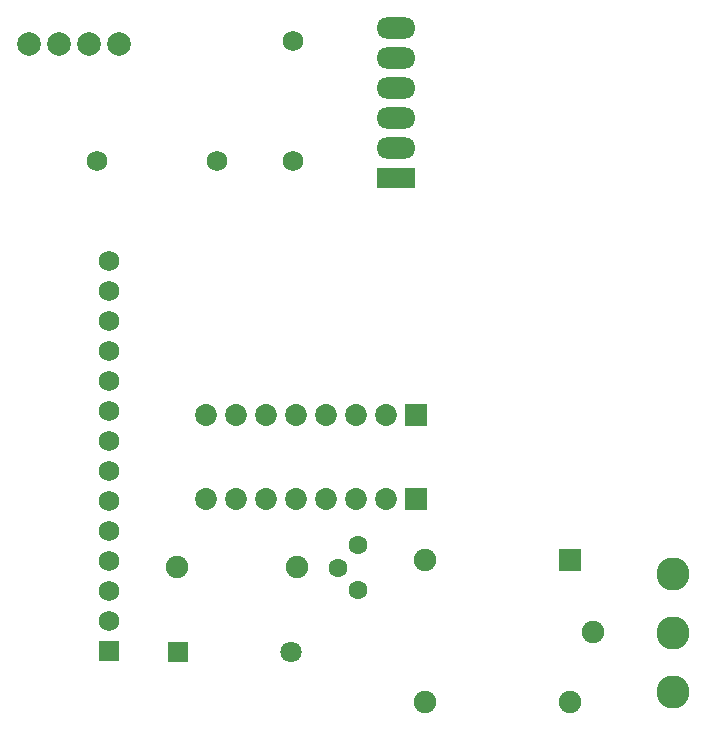
<source format=gbs>
G04 Layer_Color=8150272*
%FSLAX44Y44*%
%MOMM*%
G71*
G01*
G75*
%ADD26O,3.3272X1.8032*%
%ADD27R,3.3272X1.8032*%
%ADD28C,2.8032*%
%ADD29C,1.6032*%
%ADD30C,1.9032*%
%ADD31R,1.9032X1.9032*%
%ADD32R,1.8032X1.8032*%
%ADD33C,1.8032*%
%ADD34R,1.7532X1.7532*%
%ADD35C,1.7532*%
%ADD36C,1.7272*%
%ADD37C,1.8542*%
%ADD38R,1.8542X1.8542*%
%ADD39C,2.0032*%
D26*
X743712Y769366D02*
D03*
Y845566D02*
D03*
Y820166D02*
D03*
Y794766D02*
D03*
Y870966D02*
D03*
D27*
Y743966D02*
D03*
D28*
X977646Y408394D02*
D03*
Y358394D02*
D03*
Y308394D02*
D03*
D29*
X694436Y413766D02*
D03*
X710946Y432816D02*
D03*
Y394716D02*
D03*
D30*
X767588Y420370D02*
D03*
X909828Y359410D02*
D03*
X767588Y299720D02*
D03*
X890778D02*
D03*
X659638Y414528D02*
D03*
X558038D02*
D03*
D31*
X890270Y419862D02*
D03*
D32*
X558852Y342392D02*
D03*
D33*
X654252D02*
D03*
D34*
X500126Y343154D02*
D03*
D35*
Y368554D02*
D03*
Y393954D02*
D03*
Y419354D02*
D03*
Y444754D02*
D03*
Y470154D02*
D03*
Y495554D02*
D03*
Y520954D02*
D03*
Y546354D02*
D03*
Y571754D02*
D03*
Y597154D02*
D03*
Y622554D02*
D03*
Y647954D02*
D03*
Y673354D02*
D03*
D36*
X490220Y757936D02*
D03*
X591820D02*
D03*
X656336Y859536D02*
D03*
Y757936D02*
D03*
D37*
X684022Y472186D02*
D03*
X709422D02*
D03*
X734822D02*
D03*
X658622D02*
D03*
X633222D02*
D03*
X607822D02*
D03*
X582422D02*
D03*
X684022Y543052D02*
D03*
X709422D02*
D03*
X734822D02*
D03*
X658622D02*
D03*
X633222D02*
D03*
X607822D02*
D03*
X582422D02*
D03*
D38*
X760222Y472186D02*
D03*
Y543052D02*
D03*
D39*
X432308Y856742D02*
D03*
X457708Y856741D02*
D03*
X483108Y856742D02*
D03*
X508508D02*
D03*
M02*

</source>
